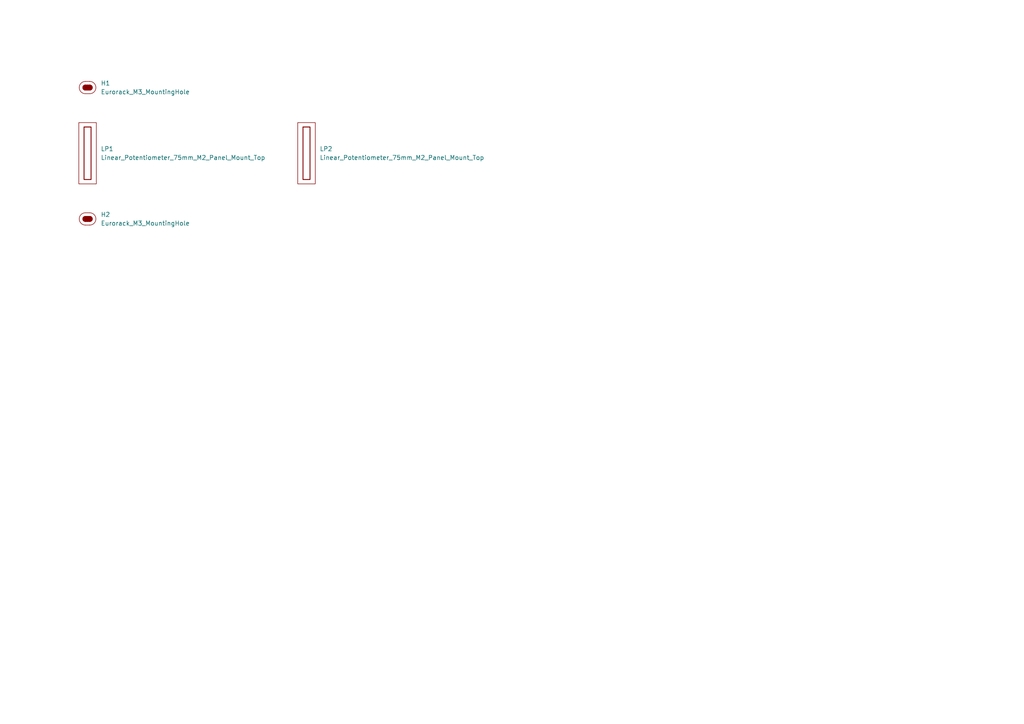
<source format=kicad_sch>
(kicad_sch (version 20250114) (generator "eeschema") (generator_version "9.0")
  (paper "A4")
  (lib_symbols
    (symbol "EXC:Eurorack_M3_MountingHole" (pin_names (offset 1.016))
      (property "Reference" "H" (at 0 5.08 0))
      (property "Value" "Eurorack_M3_MountingHole" (at 0 3.175 0))
      (symbol "Eurorack_M3_MountingHole_0_1"
        (polyline (pts (xy -0.635 0.762) (xy 0.635 0.762)))
        (circle (center -0.635 0) (radius 0.762) (fill (type outline)))
        (arc (start -0.635 -0.762) (mid -1.397 0) (end -0.635 0.762))
        (arc (start -0.635 -1.778) (mid -2.413 0) (end -0.635 1.778))
        (polyline (pts (xy -0.635 -0.762) (xy 0.635 -0.762)))
        (polyline (pts (xy -0.635 -1.778) (xy 0.635 -1.778)))
        (circle (center 0 0) (radius 0.762) (fill (type outline)))
        (polyline (pts (xy 0.635 1.778) (xy -0.635 1.778)))
        (arc (start 0.6141 1.778) (mid 2.4131 0) (end 0.6141 -1.778))
        (arc (start 0.6227 0.762) (mid 1.3971 0) (end 0.6227 -0.762))
        (circle (center 0.635 0) (radius 0.762) (fill (type outline)))
      )
    )
    (symbol "EXC:Linear_Potentiometer_75mm_M2_Panel_Mount_Top" (pin_numbers (hide yes)) (pin_names (offset 0))
      (property "Reference" "LP" (at 0 10.668 0))
      (property "Value" "Linear_Potentiometer_75mm_M2_Panel_Mount_Top" (at -0.254 -11.176 0))
      (symbol "Linear_Potentiometer_75mm_M2_Panel_Mount_Top_0_1"
        (rectangle (start -2.54 8.89) (end 2.54 -8.89))
        (rectangle (start -1.016 7.62) (end 1.016 -7.62) (stroke (width 0.254)))
      )
    )
  )
  (symbol (lib_id "EXC:Eurorack_M3_MountingHole") (at 25.4 25.4 0) (unit 1)
    (property "Reference" "H1" (at 29.21 24.1299 0) (effects (justify left)))
    (property "Value" "Eurorack_M3_MountingHole" (at 29.21 26.6699 0) (effects (justify left)))
    (property "Footprint" "EXC:MountingHole_3.2mm_M3" (effects (hide yes)))
    (property "Description" "Mounting Hole without connection" (effects (hide yes)))
  )
  (symbol (lib_id "EXC:Linear_Potentiometer_75mm_M2_Panel_Mount_Top") (at 25.4 44.45 0) (unit 1)
    (property "Reference" "LP1" (at 29.21 43.1799 0) (effects (justify left)))
    (property "Value" "Linear_Potentiometer_75mm_M2_Panel_Mount_Top" (at 29.21 45.7199 0) (effects (justify left)))
    (property "Footprint" "EXC:Linear_Potentiometer_75mm_M2_Panel_Mount_Top" (effects (hide yes)))
    (property "Datasheet" "https://cdn-shop.adafruit.com/product-files/4219/4219_C11375.pdf" (effects (hide yes)))
    (property "Description" "Slide Potentiometer with Knob - 75mm Long - 10KΩ. Panel-mounted with 2x M2 screws, 71mm apart." (effects (hide yes)))
    (property "Source" "https://www.adafruit.com/product/4219" (effects (hide yes)))
  )
  (symbol (lib_id "EXC:Eurorack_M3_MountingHole") (at 25.4 63.5 0) (unit 1)
    (property "Reference" "H2" (at 29.21 62.2299 0) (effects (justify left)))
    (property "Value" "Eurorack_M3_MountingHole" (at 29.21 64.7699 0) (effects (justify left)))
    (property "Footprint" "EXC:MountingHole_3.2mm_M3" (effects (hide yes)))
    (property "Description" "Mounting Hole without connection" (effects (hide yes)))
  )
  (symbol (lib_id "EXC:Linear_Potentiometer_75mm_M2_Panel_Mount_Top") (at 88.9 44.45 0) (unit 1)
    (property "Reference" "LP2" (at 92.71 43.1799 0) (effects (justify left)))
    (property "Value" "Linear_Potentiometer_75mm_M2_Panel_Mount_Top" (at 92.71 45.7199 0) (effects (justify left)))
    (property "Footprint" "EXC:Linear_Potentiometer_75mm_M2_Panel_Mount_Top" (effects (hide yes)))
    (property "Datasheet" "https://cdn-shop.adafruit.com/product-files/4219/4219_C11375.pdf" (effects (hide yes)))
    (property "Description" "Slide Potentiometer with Knob - 75mm Long - 10KΩ. Panel-mounted with 2x M2 screws, 71mm apart." (effects (hide yes)))
    (property "Source" "https://www.adafruit.com/product/4219" (effects (hide yes)))
  )
)
</source>
